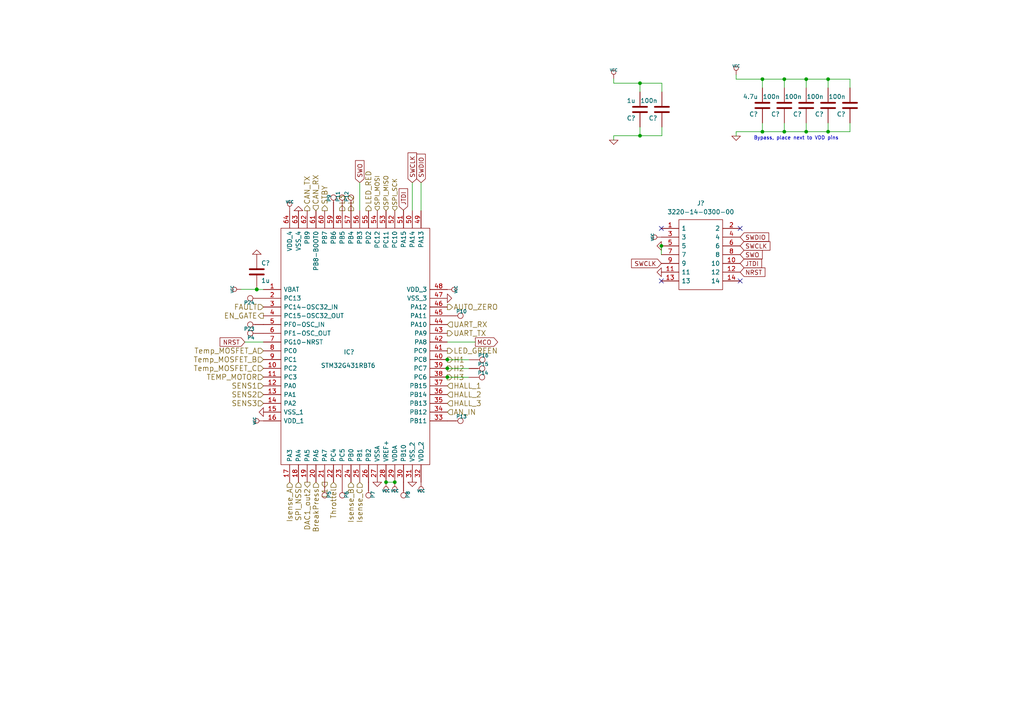
<source format=kicad_sch>
(kicad_sch (version 20211123) (generator eeschema)
  (paper "A4")
  (title_block (title "Control circuit") (date "2023-01-18") (rev "0.1"))
  (lib_symbols
    (symbol "3220-14-0300-00:3220-14-0300-00" (pin_names (offset 0.762))
      (property "Reference" "J" (at 19.05 7.62 0))
      (property "Value" "3220-14-0300-00" (at 19.05 5.08 0))
      (symbol "3220-14-0300-00_0_0"
        (pin passive line (at 0 0 0) (length 5.08) (name "1") (number "1"))
        (pin passive line (at 22.86 -10.16 180) (length 5.08) (name "10") (number "10"))
        (pin passive line (at 0 -12.7 0) (length 5.08) (name "11") (number "11"))
        (pin passive line (at 22.86 -12.7 180) (length 5.08) (name "12") (number "12"))
        (pin passive line (at 0 -15.24 0) (length 5.08) (name "13") (number "13"))
        (pin passive line (at 22.86 -15.24 180) (length 5.08) (name "14") (number "14"))
        (pin passive line (at 22.86 0 180) (length 5.08) (name "2") (number "2"))
        (pin passive line (at 0 -2.54 0) (length 5.08) (name "3") (number "3"))
        (pin passive line (at 22.86 -2.54 180) (length 5.08) (name "4") (number "4"))
        (pin passive line (at 0 -5.08 0) (length 5.08) (name "5") (number "5"))
        (pin passive line (at 22.86 -5.08 180) (length 5.08) (name "6") (number "6"))
        (pin passive line (at 0 -7.62 0) (length 5.08) (name "7") (number "7"))
        (pin passive line (at 22.86 -7.62 180) (length 5.08) (name "8") (number "8"))
        (pin passive line (at 0 -10.16 0) (length 5.08) (name "9") (number "9"))
      )
      (symbol "3220-14-0300-00_0_1"
        (polyline (pts (xy 5.08 2.54) (xy 17.78 2.54) (xy 17.78 -17.78) (xy 5.08 -17.78) (xy 5.08 2.54)) (stroke (width 0.1524)))
      )
    )
    (symbol "BLDC_4-rescue:C-RESCUE-BLDC_4" (pin_numbers hide) (pin_names (offset 0.254))
      (property "Reference" "C" (at 0 2.54 0))
      (property "Value" "C-RESCUE-BLDC_4" (at 0.1524 -2.159 0))
      (symbol "C-RESCUE-BLDC_4_0_1"
        (polyline (pts (xy -2.032 -0.762) (xy 2.032 -0.762)) (stroke (width 0.508)))
        (polyline (pts (xy -2.032 0.762) (xy 2.032 0.762)) (stroke (width 0.508)))
      )
      (symbol "C-RESCUE-BLDC_4_1_1"
        (pin passive line (at 0 5.08 270) (length 4.318) (name "~") (number "1"))
        (pin passive line (at 0 -5.08 90) (length 4.318) (name "~") (number "2"))
      )
    )
    (symbol "BLDC_4-rescue:CONN_1" (pin_numbers hide) (pin_names (offset 0.762) hide)
      (property "Reference" "P" (at 2.032 0 0))
      (symbol "CONN_1_0_1"
        (polyline (pts (xy -0.762 0) (xy -1.27 0)))
        (circle (center 0 0) (radius 0.7874))
      )
      (symbol "CONN_1_1_1"
        (pin passive line (at -3.81 0 0) (length 2.54) (name "1") (number "1"))
      )
    )
    (symbol "BLDC_4-rescue:GND-RESCUE-BLDC_4" (power) (pin_names (offset 0))
      (symbol "GND-RESCUE-BLDC_4_0_1"
        (polyline (pts (xy -1.27 0) (xy 0 -1.27) (xy 1.27 0) (xy -1.27 0)))
      )
      (symbol "GND-RESCUE-BLDC_4_1_1"
        (pin power_in line (at 0 0 90) (length 0) hide (name "GND") (number "1"))
      )
    )
    (symbol "BLDC_4-rescue:VCC" (power) (pin_names (offset 0))
      (property "Value" "VCC" (at 0 3.81 0))
      (symbol "VCC_0_1"
        (polyline (pts (xy 0 0) (xy 0 1.27)))
        (circle (center 0 1.905) (radius 0.635))
      )
      (symbol "VCC_1_1"
        (pin power_in line (at 0 0 90) (length 0) hide (name "VCC") (number "1"))
      )
    )
    (symbol "STM32G431RBT6:STM32G431RBT6" (pin_names (offset 0.762))
      (property "Reference" "IC" (at 49.53 22.86 0))
      (property "Value" "STM32G431RBT6" (at 49.53 20.32 0))
      (symbol "STM32G431RBT6_0_0"
        (pin passive line (at 0 0 0) (length 5.08) (name "VBAT") (number "1"))
        (pin passive line (at 0 -22.86 0) (length 5.08) (name "PC2") (number "10"))
        (pin passive line (at 0 -25.4 0) (length 5.08) (name "PC3") (number "11"))
        (pin passive line (at 0 -27.94 0) (length 5.08) (name "PA0") (number "12"))
        (pin passive line (at 0 -30.48 0) (length 5.08) (name "PA1") (number "13"))
        (pin passive line (at 0 -33.02 0) (length 5.08) (name "PA2") (number "14"))
        (pin passive line (at 0 -35.56 0) (length 5.08) (name "VSS_1") (number "15"))
        (pin passive line (at 0 -38.1 0) (length 5.08) (name "VDD_1") (number "16"))
        (pin passive line (at 7.62 -55.88 90) (length 5.08) (name "PA3") (number "17"))
        (pin passive line (at 10.16 -55.88 90) (length 5.08) (name "PA4") (number "18"))
        (pin passive line (at 12.7 -55.88 90) (length 5.08) (name "PA5") (number "19"))
        (pin passive line (at 0 -2.54 0) (length 5.08) (name "PC13") (number "2"))
        (pin passive line (at 15.24 -55.88 90) (length 5.08) (name "PA6") (number "20"))
        (pin passive line (at 17.78 -55.88 90) (length 5.08) (name "PA7") (number "21"))
        (pin passive line (at 20.32 -55.88 90) (length 5.08) (name "PC4") (number "22"))
        (pin passive line (at 22.86 -55.88 90) (length 5.08) (name "PC5") (number "23"))
        (pin passive line (at 25.4 -55.88 90) (length 5.08) (name "PB0") (number "24"))
        (pin passive line (at 27.94 -55.88 90) (length 5.08) (name "PB1") (number "25"))
        (pin passive line (at 30.48 -55.88 90) (length 5.08) (name "PB2") (number "26"))
        (pin passive line (at 33.02 -55.88 90) (length 5.08) (name "VSSA") (number "27"))
        (pin passive line (at 35.56 -55.88 90) (length 5.08) (name "VREF+") (number "28"))
        (pin passive line (at 38.1 -55.88 90) (length 5.08) (name "VDDA") (number "29"))
        (pin passive line (at 0 -5.08 0) (length 5.08) (name "PC14-OSC32_IN") (number "3"))
        (pin passive line (at 40.64 -55.88 90) (length 5.08) (name "PB10") (number "30"))
        (pin passive line (at 43.18 -55.88 90) (length 5.08) (name "VSS_2") (number "31"))
        (pin passive line (at 45.72 -55.88 90) (length 5.08) (name "VDD_2") (number "32"))
        (pin passive line (at 53.34 -38.1 180) (length 5.08) (name "PB11") (number "33"))
        (pin passive line (at 53.34 -35.56 180) (length 5.08) (name "PB12") (number "34"))
        (pin passive line (at 53.34 -33.02 180) (length 5.08) (name "PB13") (number "35"))
        (pin passive line (at 53.34 -30.48 180) (length 5.08) (name "PB14") (number "36"))
        (pin passive line (at 53.34 -27.94 180) (length 5.08) (name "PB15") (number "37"))
        (pin passive line (at 53.34 -25.4 180) (length 5.08) (name "PC6") (number "38"))
        (pin passive line (at 53.34 -22.86 180) (length 5.08) (name "PC7") (number "39"))
        (pin passive line (at 0 -7.62 0) (length 5.08) (name "PC15-OSC32_OUT") (number "4"))
        (pin passive line (at 53.34 -20.32 180) (length 5.08) (name "PC8") (number "40"))
        (pin passive line (at 53.34 -17.78 180) (length 5.08) (name "PC9") (number "41"))
        (pin passive line (at 53.34 -15.24 180) (length 5.08) (name "PA8") (number "42"))
        (pin passive line (at 53.34 -12.7 180) (length 5.08) (name "PA9") (number "43"))
        (pin passive line (at 53.34 -10.16 180) (length 5.08) (name "PA10") (number "44"))
        (pin passive line (at 53.34 -7.62 180) (length 5.08) (name "PA11") (number "45"))
        (pin passive line (at 53.34 -5.08 180) (length 5.08) (name "PA12") (number "46"))
        (pin passive line (at 53.34 -2.54 180) (length 5.08) (name "VSS_3") (number "47"))
        (pin passive line (at 53.34 0 180) (length 5.08) (name "VDD_3") (number "48"))
        (pin passive line (at 45.72 22.86 270) (length 5.08) (name "PA13") (number "49"))
        (pin passive line (at 0 -10.16 0) (length 5.08) (name "PF0-OSC_IN") (number "5"))
        (pin passive line (at 43.18 22.86 270) (length 5.08) (name "PA14") (number "50"))
        (pin passive line (at 40.64 22.86 270) (length 5.08) (name "PA15") (number "51"))
        (pin passive line (at 38.1 22.86 270) (length 5.08) (name "PC10") (number "52"))
        (pin passive line (at 35.56 22.86 270) (length 5.08) (name "PC11") (number "53"))
        (pin passive line (at 33.02 22.86 270) (length 5.08) (name "PC12") (number "54"))
        (pin passive line (at 30.48 22.86 270) (length 5.08) (name "PD2") (number "55"))
        (pin passive line (at 27.94 22.86 270) (length 5.08) (name "PB3") (number "56"))
        (pin passive line (at 25.4 22.86 270) (length 5.08) (name "PB4") (number "57"))
        (pin passive line (at 22.86 22.86 270) (length 5.08) (name "PB5") (number "58"))
        (pin passive line (at 20.32 22.86 270) (length 5.08) (name "PB6") (number "59"))
        (pin passive line (at 0 -12.7 0) (length 5.08) (name "PF1-OSC_OUT") (number "6"))
        (pin passive line (at 17.78 22.86 270) (length 5.08) (name "PB7") (number "60"))
        (pin passive line (at 15.24 22.86 270) (length 5.08) (name "PB8-BOOT0") (number "61"))
        (pin passive line (at 12.7 22.86 270) (length 5.08) (name "PB9") (number "62"))
        (pin passive line (at 10.16 22.86 270) (length 5.08) (name "VSS_4") (number "63"))
        (pin passive line (at 7.62 22.86 270) (length 5.08) (name "VDD_4") (number "64"))
        (pin passive line (at 0 -15.24 0) (length 5.08) (name "PG10-NRST") (number "7"))
        (pin passive line (at 0 -17.78 0) (length 5.08) (name "PC0") (number "8"))
        (pin passive line (at 0 -20.32 0) (length 5.08) (name "PC1") (number "9"))
      )
      (symbol "STM32G431RBT6_0_1"
        (polyline (pts (xy 5.08 17.78) (xy 48.26 17.78) (xy 48.26 -50.8) (xy 5.08 -50.8) (xy 5.08 17.78)) (stroke (width 0.1524)))
      )
    )
  )
  (junction (at 74.4728 83.9724))
  (junction (at 221.1324 22.9616))
  (junction (at 240.1824 38.2016))
  (junction (at 129.7432 106.8324))
  (junction (at 227.4824 38.2016))
  (junction (at 227.4824 22.9616))
  (junction (at 240.1824 22.9616))
  (junction (at 233.8324 38.2016))
  (junction (at 185.6232 39.37))
  (junction (at 191.8208 71.3232))
  (junction (at 114.5032 139.8524))
  (junction (at 233.8324 22.9616))
  (junction (at 185.6232 24.13))
  (junction (at 129.7432 109.3724))
  (junction (at 129.7432 104.2924))
  (junction (at 111.9632 139.8524))
  (junction (at 221.1324 38.2016))
  (junction (at 74.4728 83.9216))
  (no_connect (at 214.6808 81.4832))
  (no_connect (at 214.6808 66.2432))
  (no_connect (at 191.8208 81.4832))
  (no_connect (at 191.8208 66.2432))
  (wire (pts (xy 76.4032 83.9724) (xy 74.4728 83.9724)))
  (wire (pts (xy 135.9916 109.4232) (xy 129.6716 109.4232)))
  (wire (pts (xy 191.9732 39.37) (xy 191.9732 36.83)))
  (wire (pts (xy 233.8324 38.2016) (xy 240.1824 38.2016)))
  (wire (pts (xy 240.1824 38.2016) (xy 246.5324 38.2016)))
  (wire (pts (xy 213.5124 38.2016) (xy 221.1324 38.2016)))
  (wire (pts (xy 227.4824 38.2016) (xy 233.8324 38.2016)))
  (wire (pts (xy 221.1324 22.9616) (xy 221.1324 25.5016)))
  (wire (pts (xy 74.4728 83.9724) (xy 74.4728 83.9216)))
  (wire (pts (xy 213.5124 39.4716) (xy 213.5124 38.2016)))
  (wire (pts (xy 185.6232 24.13) (xy 191.9732 24.13)))
  (wire (pts (xy 129.7732 104.3432) (xy 129.7432 104.2924)))
  (wire (pts (xy 213.5124 22.9616) (xy 221.1324 22.9616)))
  (wire (pts (xy 246.5324 38.2016) (xy 246.5324 35.6616)))
  (wire (pts (xy 185.6232 24.13) (xy 185.6232 26.67)))
  (wire (pts (xy 178.0032 40.64) (xy 178.0032 39.37)))
  (wire (pts (xy 185.6232 36.83) (xy 185.6232 39.37)))
  (wire (pts (xy 91.5924 61.1124) (xy 91.6432 61.1124)))
  (wire (pts (xy 69.9008 83.9216) (xy 74.4728 83.9216)))
  (wire (pts (xy 116.9924 60.96) (xy 117.0432 61.1124)))
  (wire (pts (xy 213.5124 21.6916) (xy 213.5124 22.9616)))
  (wire (pts (xy 136.0424 106.8832) (xy 129.7224 106.8832)))
  (wire (pts (xy 227.4824 38.2016) (xy 227.4824 35.6616)))
  (wire (pts (xy 233.8324 22.9616) (xy 240.1824 22.9616)))
  (wire (pts (xy 227.4824 22.9616) (xy 227.4824 25.5016)))
  (wire (pts (xy 221.1324 22.9616) (xy 227.4824 22.9616)))
  (wire (pts (xy 240.1824 38.2016) (xy 240.1824 35.6616)))
  (wire (pts (xy 221.1324 38.2016) (xy 227.4824 38.2016)))
  (wire (pts (xy 178.0032 24.13) (xy 185.6232 24.13)))
  (wire (pts (xy 240.1824 22.9616) (xy 240.1824 25.5016)))
  (wire (pts (xy 104.3432 61.1124) (xy 104.3432 52.9844)))
  (wire (pts (xy 129.7224 106.8832) (xy 129.7432 106.8324)))
  (wire (pts (xy 136.0932 104.3432) (xy 129.7732 104.3432)))
  (wire (pts (xy 240.1824 22.9616) (xy 246.5324 22.9616)))
  (wire (pts (xy 119.5832 61.1124) (xy 119.5832 52.9844)))
  (wire (pts (xy 246.5324 22.9616) (xy 246.5324 25.5016)))
  (wire (pts (xy 191.9732 24.13) (xy 191.9732 26.67)))
  (wire (pts (xy 89.154 139.8524) (xy 89.1032 139.8524)))
  (wire (pts (xy 221.1324 35.6616) (xy 221.1324 38.2016)))
  (wire (pts (xy 185.6232 39.37) (xy 191.9732 39.37)))
  (wire (pts (xy 191.8208 71.3232) (xy 191.8208 73.8632)))
  (wire (pts (xy 76.4032 99.2124) (xy 71.0184 99.2124)))
  (wire (pts (xy 129.7432 99.2124) (xy 137.8712 99.2124)))
  (wire (pts (xy 122.1232 61.1124) (xy 122.1232 52.9844)))
  (wire (pts (xy 233.8324 38.2016) (xy 233.8324 35.6616)))
  (wire (pts (xy 178.0032 22.86) (xy 178.0032 24.13)))
  (wire (pts (xy 129.6716 109.4232) (xy 129.7432 109.3724)))
  (wire (pts (xy 233.8324 22.9616) (xy 233.8324 25.5016)))
  (wire (pts (xy 111.9632 139.8524) (xy 114.5032 139.8524)))
  (wire (pts (xy 178.0032 39.37) (xy 185.6232 39.37)))
  (wire (pts (xy 227.4824 22.9616) (xy 233.8324 22.9616)))
  (text "Bypass, place next to VDD pins" (at 218.5924 40.7416 0) (effects (font (size 1.016 1.016)) (justify left bottom)))
  (global_label "SWDIO" (shape input) (at 122.1232 52.9844 90) (property "Intersheet References" "${INTERSHEET_REFS}" (effects hide)))
  (global_label "SWCLK" (shape input) (at 214.6808 71.3232 0) (property "Intersheet References" "${INTERSHEET_REFS}" (effects hide)))
  (global_label "SWO" (shape input) (at 104.3432 52.9844 90) (property "Intersheet References" "${INTERSHEET_REFS}" (effects hide)))
  (global_label "JTDI" (shape input) (at 214.6808 76.4032 0) (property "Intersheet References" "${INTERSHEET_REFS}" (effects hide)))
  (global_label "NRST" (shape input) (at 214.6808 78.9432 0) (property "Intersheet References" "${INTERSHEET_REFS}" (effects hide)))
  (global_label "SWCLK" (shape input) (at 119.5832 52.9844 90) (property "Intersheet References" "${INTERSHEET_REFS}" (effects hide)))
  (global_label "SWDIO" (shape input) (at 214.6808 68.7832 0) (property "Intersheet References" "${INTERSHEET_REFS}" (effects hide)))
  (global_label "NRST" (shape input) (at 71.0184 99.2124 180) (property "Intersheet References" "${INTERSHEET_REFS}" (effects hide)))
  (global_label "SWCLK" (shape input) (at 191.8208 76.4032 180) (property "Intersheet References" "${INTERSHEET_REFS}" (effects hide)))
  (global_label "SWO" (shape input) (at 214.6808 73.8632 0) (property "Intersheet References" "${INTERSHEET_REFS}" (effects hide)))
  (global_label "MCO" (shape output) (at 137.8712 99.2124 0) (property "Intersheet References" "${INTERSHEET_REFS}" (effects hide)))
  (global_label "JTDI" (shape input) (at 116.9924 60.96 90) (property "Intersheet References" "${INTERSHEET_REFS}" (effects hide)))
  (hierarchical_label "UART_TX" (shape output) (at 129.7432 96.6724 0) (effects (font (size 1.524 1.524))))
  (hierarchical_label "AUTO_ZERO" (shape output) (at 129.7432 89.0524 0) (effects (font (size 1.524 1.524))))
  (hierarchical_label "LED_RED" (shape output) (at 106.8832 61.1124 90) (effects (font (size 1.524 1.524))))
  (hierarchical_label "SPI_NSS" (shape input) (at 86.5632 139.8524 270) (effects (font (size 1.524 1.524))))
  (hierarchical_label "HALL_1" (shape input) (at 129.7432 111.9124 0) (effects (font (size 1.524 1.524))))
  (hierarchical_label "BreakPress" (shape input) (at 91.6432 139.8524 270) (effects (font (size 1.524 1.524))))
  (hierarchical_label "H1" (shape output) (at 129.7732 104.3432 0) (effects (font (size 1.524 1.524))))
  (hierarchical_label "CAN_RX" (shape input) (at 91.5924 61.1124 90) (effects (font (size 1.524 1.524))))
  (hierarchical_label "CAN_TX" (shape output) (at 89.1032 61.1124 90) (effects (font (size 1.524 1.524))))
  (hierarchical_label "L1" (shape output) (at 94.1832 139.8524 270) (effects (font (size 1.524 1.524))))
  (hierarchical_label "TEMP_MOTOR" (shape input) (at 76.4032 109.3724 180) (effects (font (size 1.524 1.524))))
  (hierarchical_label "Isense_C" (shape input) (at 104.3432 139.8524 270) (effects (font (size 1.524 1.524))))
  (hierarchical_label "HALL_2" (shape input) (at 129.7432 114.4524 0) (effects (font (size 1.524 1.524))))
  (hierarchical_label "SPI_MISO" (shape input) (at 111.9632 61.1124 90))
  (hierarchical_label "H2" (shape output) (at 129.7224 106.8832 0) (effects (font (size 1.524 1.524))))
  (hierarchical_label "LED_GREEN" (shape output) (at 129.7432 101.7524 0) (effects (font (size 1.524 1.524))))
  (hierarchical_label "Isense_A" (shape input) (at 84.0232 139.8524 270) (effects (font (size 1.524 1.524))))
  (hierarchical_label "AN_IN" (shape input) (at 129.7432 119.5324 0) (effects (font (size 1.524 1.524))))
  (hierarchical_label "SENS2" (shape input) (at 76.4032 114.4524 180) (effects (font (size 1.524 1.524))))
  (hierarchical_label "Temp_MOSFET_B" (shape input) (at 76.4032 104.2924 180) (effects (font (size 1.524 1.524))))
  (hierarchical_label "SENS3" (shape input) (at 76.4032 116.9924 180) (effects (font (size 1.524 1.524))))
  (hierarchical_label "Isense_B" (shape input) (at 101.8032 139.8524 270) (effects (font (size 1.524 1.524))))
  (hierarchical_label "EN_GATE" (shape output) (at 76.4032 91.5924 180) (effects (font (size 1.524 1.524))))
  (hierarchical_label "STBY" (shape output) (at 94.1832 61.1124 90) (effects (font (size 1.524 1.524))))
  (hierarchical_label "Temp_MOSFET_A" (shape input) (at 76.4032 101.7524 180) (effects (font (size 1.524 1.524))))
  (hierarchical_label "SENS1" (shape input) (at 76.4032 111.9124 180) (effects (font (size 1.524 1.524))))
  (hierarchical_label "Temp_MOSFET_C" (shape input) (at 76.4032 106.8324 180) (effects (font (size 1.524 1.524))))
  (hierarchical_label "L3" (shape output) (at 99.2632 61.1124 90) (effects (font (size 1.524 1.524))))
  (hierarchical_label "Throttel" (shape input) (at 96.7232 139.8524 270) (effects (font (size 1.524 1.524))))
  (hierarchical_label "UART_RX" (shape input) (at 129.7432 94.1324 0) (effects (font (size 1.524 1.524))))
  (hierarchical_label "DAC1_out2" (shape output) (at 89.154 139.8524 270) (effects (font (size 1.524 1.524))))
  (hierarchical_label "HALL_3" (shape input) (at 129.7432 116.9924 0) (effects (font (size 1.524 1.524))))
  (hierarchical_label "SPI_MOSI" (shape input) (at 109.4232 61.1124 90))
  (hierarchical_label "SPI_SCK" (shape input) (at 114.5032 61.1124 90))
  (hierarchical_label "FAULT" (shape input) (at 76.4032 89.0524 180) (effects (font (size 1.524 1.524))))
  (hierarchical_label "L2" (shape output) (at 101.8032 61.1124 90) (effects (font (size 1.524 1.524))))
  (hierarchical_label "H3" (shape output) (at 129.6716 109.4232 0) (effects (font (size 1.524 1.524))))
  (symbol (lib_id "BLDC_4-rescue:CONN_1") (at 139.8524 106.8832 0) (unit 1)
    (property "Reference" "P15" (at 138.5824 105.6132 0) (effects (font (size 1.016 1.016)) (justify left)))
    (property "Value" "MOTOR3" (effects hide))
    (property "Footprint" "CRF1:1PAD_Small" (effects hide))
  )
  (symbol (lib_id "STM32G431RBT6:STM32G431RBT6") (at 76.4032 83.9724 0) (unit 1)
    (property "Reference" "IC?" (at 101.2444 102.108 0))
    (property "Value" "STM32G431RBT6" (at 100.9904 106.0196 0))
    (property "Footprint" "QFP50P1200X1200X160-64N" (effects hide))
    (property "Datasheet" "${KIPRJMOD}\\datasheet\\STM32G431RBT6.pdf" (effects hide))
    (property "Description" "ARM Microcontrollers - MCU Mainstream Arm Cortex-M4+ MCU 170MHz with 128Kbytes of Flash memory, Math Accelerator, Medium Analog level integration" (effects hide))
    (property "Height" "1.6" (effects hide))
    (property "Manufacturer_Name" "STMicroelectronics" (effects hide))
    (property "Manufacturer_Part_Number" "STM32G431RBT6" (effects hide))
    (property "Mouser Part Number" "511-STM32G431RBT6" (effects hide))
    (property "Mouser Price/Stock" "https://www.mouser.co.uk/ProductDetail/STMicroelectronics/STM32G431RBT6?qs=T3oQrply3y8GpSwPjv1GMg%3D%3D" (effects hide))
    (property "Arrow Part Number" "STM32G431RBT6" (effects hide))
    (property "Arrow Price/Stock" "https://www.arrow.com/en/products/stm32g431rbt6/stmicroelectronics?region=nac" (effects hide))
  )
  (symbol (lib_id "BLDC_4-rescue:CONN_1") (at 139.9032 104.3432 0) (unit 1)
    (property "Reference" "P16" (at 138.6332 103.0732 0) (effects (font (size 1.016 1.016)) (justify left)))
    (property "Value" "MOTOR3" (effects hide))
    (property "Footprint" "CRF1:1PAD_Small" (effects hide))
  )
  (symbol (lib_id "BLDC_4-rescue:VCC") (at 178.0032 22.86 0) (unit 1)
    (property "Reference" "#PWR?" (effects hide))
    (property "Value" "AVDD" (at 178.0032 20.32 0) (effects (font (size 0.762 0.762))))
  )
  (symbol (lib_id "BLDC_4-rescue:C-RESCUE-BLDC_4") (at 246.5324 30.5816 180) (unit 1)
    (property "Reference" "C?" (at 245.2624 33.1216 0) (effects (justify left)))
    (property "Value" "100n" (at 245.2624 28.0416 0) (effects (justify left)))
    (property "Footprint" "CRF1:SMD-0603_c" (effects hide))
  )
  (symbol (lib_id "BLDC_4-rescue:GND-RESCUE-BLDC_4") (at 109.4232 139.8524 0) (unit 1)
    (property "Reference" "#PWR?" (effects hide))
    (property "Value" "GND" (effects hide))
  )
  (symbol (lib_id "BLDC_4-rescue:CONN_1") (at 133.5532 122.0724 0) (unit 1)
    (property "Reference" "P13" (at 132.2832 120.8024 0) (effects (font (size 1.016 1.016)) (justify left)))
    (property "Value" "MOTOR3" (effects hide))
    (property "Footprint" "CRF1:1PAD_Small" (effects hide))
  )
  (symbol (lib_id "BLDC_4-rescue:CONN_1") (at 96.7232 57.3024 90) (unit 1)
    (property "Reference" "P9" (at 95.4532 58.5724 0) (effects (font (size 1.016 1.016)) (justify left)))
    (property "Value" "MOTOR3" (effects hide))
    (property "Footprint" "CRF1:1PAD_Small" (effects hide))
  )
  (symbol (lib_id "BLDC_4-rescue:C-RESCUE-BLDC_4") (at 191.9732 31.75 180) (unit 1)
    (property "Reference" "C?" (at 190.7032 34.29 0) (effects (justify left)))
    (property "Value" "100n" (at 190.7032 29.21 0) (effects (justify left)))
    (property "Footprint" "CRF1:SMD-0603_c" (effects hide))
  )
  (symbol (lib_id "BLDC_4-rescue:GND-RESCUE-BLDC_4") (at 213.5124 39.4716 0) (unit 1)
    (property "Reference" "#PWR?" (effects hide))
    (property "Value" "GND" (effects hide))
  )
  (symbol (lib_id "BLDC_4-rescue:VCC") (at 129.7432 83.9724 270) (unit 1)
    (property "Reference" "#PWR?" (effects hide))
    (property "Value" "VDD" (at 132.2832 83.9724 0) (effects (font (size 0.762 0.762))))
  )
  (symbol (lib_id "BLDC_4-rescue:GND-RESCUE-BLDC_4") (at 76.4032 119.5324 270) (unit 1)
    (property "Reference" "#PWR?" (effects hide))
    (property "Value" "GND" (effects hide))
  )
  (symbol (lib_id "BLDC_4-rescue:CONN_1") (at 94.1832 143.6624 270) (unit 1)
    (property "Reference" "P5" (at 95.4532 142.3924 0) (effects (font (size 1.016 1.016)) (justify left)))
    (property "Value" "MOTOR3" (effects hide))
    (property "Footprint" "CRF1:1PAD_Small" (effects hide))
  )
  (symbol (lib_id "3220-14-0300-00:3220-14-0300-00") (at 191.8208 66.2432 0) (unit 1)
    (property "Reference" "J?" (at 203.2508 58.928 0))
    (property "Value" "3220-14-0300-00" (at 203.2508 61.468 0))
    (property "Footprint" "322014030000" (effects hide))
    (property "Datasheet" "http://cnctech.us/pdfs/3220-XX-0300-00.pdf" (effects hide))
    (property "Description" "IDC BOX HEADER 0.050 14 POS" (effects hide))
    (property "Height" "5.8" (effects hide))
    (property "Manufacturer_Name" "CNC Tech" (effects hide))
    (property "Manufacturer_Part_Number" "3220-14-0300-00" (effects hide))
    (property "Arrow Part Number" "3220-14-0300-00" (effects hide))
    (property "Arrow Price/Stock" "https://www.arrow.com/en/products/3220-14-0300-00/cnc-tech-llc" (effects hide))
  )
  (symbol (lib_id "BLDC_4-rescue:GND-RESCUE-BLDC_4") (at 119.5832 139.8524 0) (unit 1)
    (property "Reference" "#PWR?" (effects hide))
    (property "Value" "GND" (effects hide))
  )
  (symbol (lib_id "BLDC_4-rescue:CONN_1") (at 72.5932 96.6724 180) (unit 1)
    (property "Reference" "P4" (at 73.8632 97.9424 0) (effects (font (size 1.016 1.016)) (justify left)))
    (property "Value" "MOTOR3" (effects hide))
    (property "Footprint" "CRF1:1PAD_Small" (effects hide))
  )
  (symbol (lib_id "BLDC_4-rescue:C-RESCUE-BLDC_4") (at 185.6232 31.75 180) (unit 1)
    (property "Reference" "C?" (at 184.3532 34.29 0) (effects (justify left)))
    (property "Value" "1u" (at 184.3532 29.21 0) (effects (justify left)))
    (property "Footprint" "CRF1:SMD-0603_c" (effects hide))
  )
  (symbol (lib_id "BLDC_4-rescue:CONN_1") (at 99.2632 57.3024 90) (unit 1)
    (property "Reference" "P11" (at 97.9932 58.5724 0) (effects (font (size 1.016 1.016)) (justify left)))
    (property "Value" "MOTOR3" (effects hide))
    (property "Footprint" "CRF1:1PAD_Small" (effects hide))
  )
  (symbol (lib_id "BLDC_4-rescue:VCC") (at 213.5124 21.6916 0) (unit 1)
    (property "Reference" "#PWR?" (effects hide))
    (property "Value" "VDD" (at 213.5124 19.1516 0) (effects (font (size 0.762 0.762))))
  )
  (symbol (lib_id "BLDC_4-rescue:CONN_1") (at 99.2632 143.6624 270) (unit 1)
    (property "Reference" "P6" (at 100.5332 142.3924 0) (effects (font (size 1.016 1.016)) (justify left)))
    (property "Value" "MOTOR3" (effects hide))
    (property "Footprint" "CRF1:1PAD_Small" (effects hide))
  )
  (symbol (lib_id "BLDC_4-rescue:VCC") (at 76.4032 122.0724 90) (unit 1)
    (property "Reference" "#PWR?" (effects hide))
    (property "Value" "VDD" (at 73.8632 122.0724 0) (effects (font (size 0.762 0.762))))
  )
  (symbol (lib_id "BLDC_4-rescue:CONN_1") (at 72.5932 86.5124 180) (unit 1)
    (property "Reference" "P24" (at 73.8632 87.7824 0) (effects (font (size 1.016 1.016)) (justify left)))
    (property "Value" "MOTOR3" (effects hide))
    (property "Footprint" "CRF1:1PAD_Small" (effects hide))
  )
  (symbol (lib_id "BLDC_4-rescue:VCC") (at 122.1232 139.8524 180) (unit 1)
    (property "Reference" "#PWR?" (effects hide))
    (property "Value" "VDD" (at 122.1232 142.3924 0) (effects (font (size 0.762 0.762))))
  )
  (symbol (lib_id "BLDC_4-rescue:VCC") (at 111.9632 139.8524 0) (mirror x) (unit 1)
    (property "Reference" "#PWR?" (effects hide))
    (property "Value" "AVDD" (at 111.9632 142.3924 0) (effects (font (size 0.762 0.762))))
  )
  (symbol (lib_id "BLDC_4-rescue:GND-RESCUE-BLDC_4") (at 178.0032 40.64 0) (unit 1)
    (property "Reference" "#PWR?" (effects hide))
    (property "Value" "GND" (effects hide))
  )
  (symbol (lib_id "BLDC_4-rescue:C-RESCUE-BLDC_4") (at 227.4824 30.5816 180) (unit 1)
    (property "Reference" "C?" (at 226.2124 33.1216 0) (effects (justify left)))
    (property "Value" "100n" (at 226.2124 28.0416 0) (effects (justify left)))
    (property "Footprint" "CRF1:SMD-0603_c" (effects hide))
  )
  (symbol (lib_id "BLDC_4-rescue:GND-RESCUE-BLDC_4") (at 129.7432 86.5124 90) (unit 1)
    (property "Reference" "#PWR?" (effects hide))
    (property "Value" "GND" (effects hide))
  )
  (symbol (lib_id "BLDC_4-rescue:C-RESCUE-BLDC_4") (at 233.8324 30.5816 180) (unit 1)
    (property "Reference" "C?" (at 232.5624 33.1216 0) (effects (justify left)))
    (property "Value" "100n" (at 232.5624 28.0416 0) (effects (justify left)))
    (property "Footprint" "CRF1:SMD-0603_c" (effects hide))
  )
  (symbol (lib_id "BLDC_4-rescue:GND-RESCUE-BLDC_4") (at 191.8208 71.3232 270) (mirror x) (unit 1)
    (property "Reference" "#PWR?" (effects hide))
    (property "Value" "GND" (effects hide))
  )
  (symbol (lib_id "BLDC_4-rescue:VCC") (at 114.5032 139.8524 180) (unit 1)
    (property "Reference" "#PWR?" (effects hide))
    (property "Value" "VDD" (at 114.5032 142.3924 0) (effects (font (size 0.762 0.762))))
  )
  (symbol (lib_id "BLDC_4-rescue:VCC") (at 84.0232 61.1124 0) (unit 1)
    (property "Reference" "#PWR?" (effects hide))
    (property "Value" "VDD" (at 84.0232 58.5724 0) (effects (font (size 0.762 0.762))))
  )
  (symbol (lib_id "BLDC_4-rescue:CONN_1") (at 101.8032 57.3024 90) (unit 1)
    (property "Reference" "P12" (at 100.5332 58.5724 0) (effects (font (size 1.016 1.016)) (justify left)))
    (property "Value" "MOTOR3" (effects hide))
    (property "Footprint" "CRF1:1PAD_Small" (effects hide))
  )
  (symbol (lib_id "BLDC_4-rescue:GND-RESCUE-BLDC_4") (at 86.5632 61.1124 0) (mirror x) (unit 1)
    (property "Reference" "#PWR?" (effects hide))
    (property "Value" "GND" (effects hide))
  )
  (symbol (lib_id "BLDC_4-rescue:C-RESCUE-BLDC_4") (at 221.1324 30.5816 180) (unit 1)
    (property "Reference" "C?" (at 219.8624 33.1216 0) (effects (justify left)))
    (property "Value" "4.7u" (at 219.8624 28.0416 0) (effects (justify left)))
    (property "Footprint" "CRF1:SMD-0603_c" (effects hide))
  )
  (symbol (lib_id "BLDC_4-rescue:VCC") (at 69.9008 83.9216 90) (unit 1)
    (property "Reference" "#PWR?" (effects hide))
    (property "Value" "VDD" (at 67.3608 83.9216 0) (effects (font (size 0.762 0.762))))
  )
  (symbol (lib_id "BLDC_4-rescue:CONN_1") (at 106.8832 143.6624 270) (unit 1)
    (property "Reference" "P7" (at 108.1532 142.3924 0) (effects (font (size 1.016 1.016)) (justify left)))
    (property "Value" "MOTOR3" (effects hide))
    (property "Footprint" "CRF1:1PAD_Small" (effects hide))
  )
  (symbol (lib_id "BLDC_4-rescue:CONN_1") (at 139.8016 109.4232 0) (unit 1)
    (property "Reference" "P14" (at 138.5316 108.1532 0) (effects (font (size 1.016 1.016)) (justify left)))
    (property "Value" "MOTOR3" (effects hide))
    (property "Footprint" "CRF1:1PAD_Small" (effects hide))
  )
  (symbol (lib_id "BLDC_4-rescue:CONN_1") (at 72.5932 94.1324 180) (unit 1)
    (property "Reference" "P23" (at 73.8632 95.4024 0) (effects (font (size 1.016 1.016)) (justify left)))
    (property "Value" "MOTOR3" (effects hide))
    (property "Footprint" "CRF1:1PAD_Small" (effects hide))
  )
  (symbol (lib_id "BLDC_4-rescue:GND-RESCUE-BLDC_4") (at 191.8208 78.9432 270) (mirror x) (unit 1)
    (property "Reference" "#PWR?" (effects hide))
    (property "Value" "GND" (effects hide))
  )
  (symbol (lib_id "BLDC_4-rescue:GND-RESCUE-BLDC_4") (at 74.4728 73.7616 180) (unit 1)
    (property "Reference" "#PWR?" (effects hide))
    (property "Value" "GND" (effects hide))
  )
  (symbol (lib_id "BLDC_4-rescue:CONN_1") (at 117.0432 143.6624 270) (unit 1)
    (property "Reference" "P8" (at 118.3132 142.3924 0) (effects (font (size 1.016 1.016)) (justify left)))
    (property "Value" "MOTOR3" (effects hide))
    (property "Footprint" "CRF1:1PAD_Small" (effects hide))
  )
  (symbol (lib_id "BLDC_4-rescue:C-RESCUE-BLDC_4") (at 74.4728 78.8416 0) (unit 1)
    (property "Reference" "C?" (at 75.7428 76.3016 0) (effects (justify left)))
    (property "Value" "1u" (at 75.7428 81.3816 0) (effects (justify left)))
    (property "Footprint" "CRF1:SMD-0603_c" (effects hide))
  )
  (symbol (lib_id "BLDC_4-rescue:C-RESCUE-BLDC_4") (at 240.1824 30.5816 180) (unit 1)
    (property "Reference" "C?" (at 238.9124 33.1216 0) (effects (justify left)))
    (property "Value" "100n" (at 238.9124 28.0416 0) (effects (justify left)))
    (property "Footprint" "CRF1:SMD-0603_c" (effects hide))
  )
  (symbol (lib_id "BLDC_4-rescue:VCC") (at 191.8208 68.7832 90) (mirror x) (unit 1)
    (property "Reference" "#PWR?" (effects hide))
    (property "Value" "VDD" (at 189.2808 68.7832 0) (effects (font (size 0.762 0.762))))
  )
  (symbol (lib_id "BLDC_4-rescue:CONN_1") (at 133.5532 91.5924 0) (unit 1)
    (property "Reference" "P10" (at 132.2832 90.3224 0) (effects (font (size 1.016 1.016)) (justify left)))
    (property "Value" "MOTOR3" (effects hide))
    (property "Footprint" "CRF1:1PAD_Small" (effects hide))
  )
)
</source>
